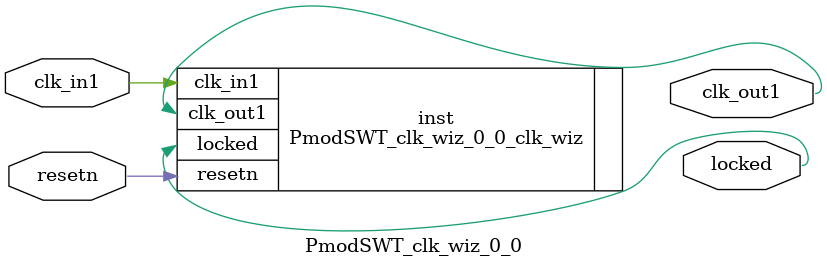
<source format=v>


`timescale 1ps/1ps

(* CORE_GENERATION_INFO = "PmodSWT_clk_wiz_0_0,clk_wiz_v6_0_13_0_0,{component_name=PmodSWT_clk_wiz_0_0,use_phase_alignment=true,use_min_o_jitter=false,use_max_i_jitter=false,use_dyn_phase_shift=false,use_inclk_switchover=false,use_dyn_reconfig=false,enable_axi=0,feedback_source=FDBK_AUTO,PRIMITIVE=MMCM,num_out_clk=1,clkin1_period=83.333,clkin2_period=10.0,use_power_down=false,use_reset=true,use_locked=true,use_inclk_stopped=false,feedback_type=SINGLE,CLOCK_MGR_TYPE=NA,manual_override=false}" *)

module PmodSWT_clk_wiz_0_0 
 (
  // Clock out ports
  output        clk_out1,
  // Status and control signals
  input         resetn,
  output        locked,
 // Clock in ports
  input         clk_in1
 );

  PmodSWT_clk_wiz_0_0_clk_wiz inst
  (
  // Clock out ports  
  .clk_out1(clk_out1),
  // Status and control signals               
  .resetn(resetn), 
  .locked(locked),
 // Clock in ports
  .clk_in1(clk_in1)
  );

endmodule

</source>
